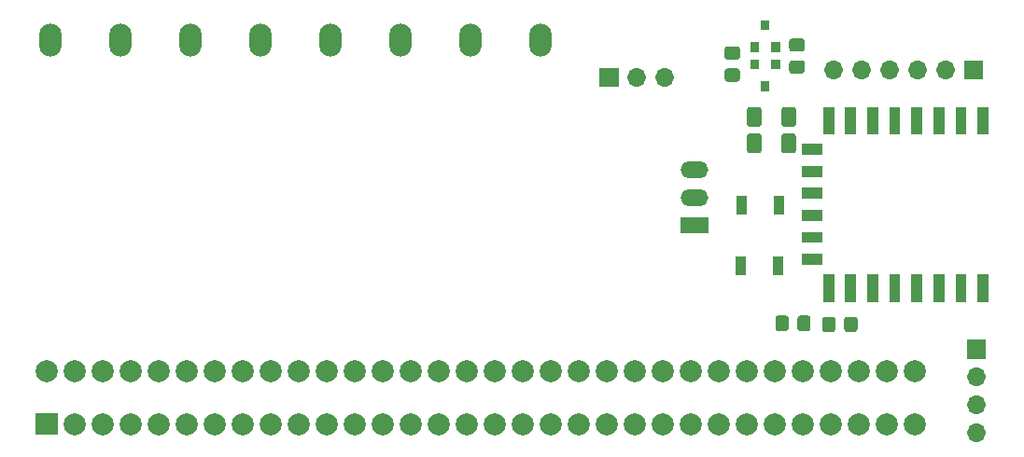
<source format=gts>
%TF.GenerationSoftware,KiCad,Pcbnew,(5.1.12)-1*%
%TF.CreationDate,2023-06-07T09:52:28-07:00*%
%TF.ProjectId,hp breakout remote relay,68702062-7265-4616-9b6f-75742072656d,rev?*%
%TF.SameCoordinates,Original*%
%TF.FileFunction,Soldermask,Top*%
%TF.FilePolarity,Negative*%
%FSLAX46Y46*%
G04 Gerber Fmt 4.6, Leading zero omitted, Abs format (unit mm)*
G04 Created by KiCad (PCBNEW (5.1.12)-1) date 2023-06-07 09:52:28*
%MOMM*%
%LPD*%
G01*
G04 APERTURE LIST*
%ADD10C,2.002580*%
%ADD11O,2.002580X3.002580*%
%ADD12O,1.702580X1.702580*%
%ADD13O,2.502580X1.502580*%
G04 APERTURE END LIST*
D10*
%TO.C,J1*%
X93751400Y-97402000D03*
X96291400Y-97402000D03*
X98831400Y-97402000D03*
X101371400Y-97402000D03*
X103911400Y-97402000D03*
X106451400Y-97402000D03*
X108991400Y-97402000D03*
X111531400Y-97402000D03*
X114071400Y-97402000D03*
X116611400Y-97402000D03*
X119151400Y-97402000D03*
X121691400Y-97402000D03*
X124231400Y-97402000D03*
X126771400Y-97402000D03*
X129311400Y-97402000D03*
X131851400Y-97402000D03*
X134391400Y-97402000D03*
X136931400Y-97402000D03*
X139471400Y-97402000D03*
X142011400Y-97402000D03*
X144551400Y-97402000D03*
X147091400Y-97402000D03*
X149631400Y-97402000D03*
X152171400Y-97402000D03*
X154711400Y-97402000D03*
X157251400Y-97402000D03*
X159791400Y-97402000D03*
X162331400Y-97402000D03*
X164871400Y-97402000D03*
X167411400Y-97402000D03*
X169951400Y-97402000D03*
X172491400Y-97402000D03*
X172491400Y-102242000D03*
X169951400Y-102242000D03*
X167411400Y-102242000D03*
X164871400Y-102242000D03*
X162331400Y-102242000D03*
X159791400Y-102242000D03*
X157251400Y-102242000D03*
X154711400Y-102242000D03*
X152171400Y-102242000D03*
X149631400Y-102242000D03*
X147091400Y-102242000D03*
X144551400Y-102242000D03*
X142011400Y-102242000D03*
X139471400Y-102242000D03*
X136931400Y-102242000D03*
X134391400Y-102242000D03*
X131851400Y-102242000D03*
X129311400Y-102242000D03*
X126771400Y-102242000D03*
X124231400Y-102242000D03*
X121691400Y-102242000D03*
X119151400Y-102242000D03*
X116611400Y-102242000D03*
X114071400Y-102242000D03*
X111531400Y-102242000D03*
X108991400Y-102242000D03*
X106451400Y-102242000D03*
X103911400Y-102242000D03*
X101371400Y-102242000D03*
X98831400Y-102242000D03*
X96291400Y-102242000D03*
G36*
G01*
X92750110Y-103242000D02*
X92750110Y-101242000D01*
G75*
G02*
X92751400Y-101240710I1290J0D01*
G01*
X94751400Y-101240710D01*
G75*
G02*
X94752690Y-101242000I0J-1290D01*
G01*
X94752690Y-103242000D01*
G75*
G02*
X94751400Y-103243290I-1290J0D01*
G01*
X92751400Y-103243290D01*
G75*
G02*
X92750110Y-103242000I0J1290D01*
G01*
G37*
%TD*%
D11*
%TO.C,J2*%
X138600000Y-67400000D03*
X132250000Y-67400000D03*
X125900000Y-67400000D03*
X119550000Y-67400000D03*
X113200000Y-67400000D03*
X106850000Y-67400000D03*
X100500000Y-67400000D03*
X94150000Y-67400000D03*
%TD*%
%TO.C,U2*%
G36*
G01*
X178196500Y-73444710D02*
X179196500Y-73444710D01*
G75*
G02*
X179197790Y-73446000I0J-1290D01*
G01*
X179197790Y-75946000D01*
G75*
G02*
X179196500Y-75947290I-1290J0D01*
G01*
X178196500Y-75947290D01*
G75*
G02*
X178195210Y-75946000I0J1290D01*
G01*
X178195210Y-73446000D01*
G75*
G02*
X178196500Y-73444710I1290J0D01*
G01*
G37*
G36*
G01*
X176196500Y-73444710D02*
X177196500Y-73444710D01*
G75*
G02*
X177197790Y-73446000I0J-1290D01*
G01*
X177197790Y-75946000D01*
G75*
G02*
X177196500Y-75947290I-1290J0D01*
G01*
X176196500Y-75947290D01*
G75*
G02*
X176195210Y-75946000I0J1290D01*
G01*
X176195210Y-73446000D01*
G75*
G02*
X176196500Y-73444710I1290J0D01*
G01*
G37*
G36*
G01*
X174196500Y-73444710D02*
X175196500Y-73444710D01*
G75*
G02*
X175197790Y-73446000I0J-1290D01*
G01*
X175197790Y-75946000D01*
G75*
G02*
X175196500Y-75947290I-1290J0D01*
G01*
X174196500Y-75947290D01*
G75*
G02*
X174195210Y-75946000I0J1290D01*
G01*
X174195210Y-73446000D01*
G75*
G02*
X174196500Y-73444710I1290J0D01*
G01*
G37*
G36*
G01*
X172196500Y-73444710D02*
X173196500Y-73444710D01*
G75*
G02*
X173197790Y-73446000I0J-1290D01*
G01*
X173197790Y-75946000D01*
G75*
G02*
X173196500Y-75947290I-1290J0D01*
G01*
X172196500Y-75947290D01*
G75*
G02*
X172195210Y-75946000I0J1290D01*
G01*
X172195210Y-73446000D01*
G75*
G02*
X172196500Y-73444710I1290J0D01*
G01*
G37*
G36*
G01*
X170196500Y-73444710D02*
X171196500Y-73444710D01*
G75*
G02*
X171197790Y-73446000I0J-1290D01*
G01*
X171197790Y-75946000D01*
G75*
G02*
X171196500Y-75947290I-1290J0D01*
G01*
X170196500Y-75947290D01*
G75*
G02*
X170195210Y-75946000I0J1290D01*
G01*
X170195210Y-73446000D01*
G75*
G02*
X170196500Y-73444710I1290J0D01*
G01*
G37*
G36*
G01*
X168196500Y-73444710D02*
X169196500Y-73444710D01*
G75*
G02*
X169197790Y-73446000I0J-1290D01*
G01*
X169197790Y-75946000D01*
G75*
G02*
X169196500Y-75947290I-1290J0D01*
G01*
X168196500Y-75947290D01*
G75*
G02*
X168195210Y-75946000I0J1290D01*
G01*
X168195210Y-73446000D01*
G75*
G02*
X168196500Y-73444710I1290J0D01*
G01*
G37*
G36*
G01*
X166196500Y-73444710D02*
X167196500Y-73444710D01*
G75*
G02*
X167197790Y-73446000I0J-1290D01*
G01*
X167197790Y-75946000D01*
G75*
G02*
X167196500Y-75947290I-1290J0D01*
G01*
X166196500Y-75947290D01*
G75*
G02*
X166195210Y-75946000I0J1290D01*
G01*
X166195210Y-73446000D01*
G75*
G02*
X166196500Y-73444710I1290J0D01*
G01*
G37*
G36*
G01*
X164196500Y-73444710D02*
X165196500Y-73444710D01*
G75*
G02*
X165197790Y-73446000I0J-1290D01*
G01*
X165197790Y-75946000D01*
G75*
G02*
X165196500Y-75947290I-1290J0D01*
G01*
X164196500Y-75947290D01*
G75*
G02*
X164195210Y-75946000I0J1290D01*
G01*
X164195210Y-73446000D01*
G75*
G02*
X164196500Y-73444710I1290J0D01*
G01*
G37*
G36*
G01*
X162296500Y-76794710D02*
X164096500Y-76794710D01*
G75*
G02*
X164097790Y-76796000I0J-1290D01*
G01*
X164097790Y-77796000D01*
G75*
G02*
X164096500Y-77797290I-1290J0D01*
G01*
X162296500Y-77797290D01*
G75*
G02*
X162295210Y-77796000I0J1290D01*
G01*
X162295210Y-76796000D01*
G75*
G02*
X162296500Y-76794710I1290J0D01*
G01*
G37*
G36*
G01*
X162296500Y-78794710D02*
X164096500Y-78794710D01*
G75*
G02*
X164097790Y-78796000I0J-1290D01*
G01*
X164097790Y-79796000D01*
G75*
G02*
X164096500Y-79797290I-1290J0D01*
G01*
X162296500Y-79797290D01*
G75*
G02*
X162295210Y-79796000I0J1290D01*
G01*
X162295210Y-78796000D01*
G75*
G02*
X162296500Y-78794710I1290J0D01*
G01*
G37*
G36*
G01*
X162296500Y-80794710D02*
X164096500Y-80794710D01*
G75*
G02*
X164097790Y-80796000I0J-1290D01*
G01*
X164097790Y-81796000D01*
G75*
G02*
X164096500Y-81797290I-1290J0D01*
G01*
X162296500Y-81797290D01*
G75*
G02*
X162295210Y-81796000I0J1290D01*
G01*
X162295210Y-80796000D01*
G75*
G02*
X162296500Y-80794710I1290J0D01*
G01*
G37*
G36*
G01*
X162296500Y-82794710D02*
X164096500Y-82794710D01*
G75*
G02*
X164097790Y-82796000I0J-1290D01*
G01*
X164097790Y-83796000D01*
G75*
G02*
X164096500Y-83797290I-1290J0D01*
G01*
X162296500Y-83797290D01*
G75*
G02*
X162295210Y-83796000I0J1290D01*
G01*
X162295210Y-82796000D01*
G75*
G02*
X162296500Y-82794710I1290J0D01*
G01*
G37*
G36*
G01*
X162296500Y-84794710D02*
X164096500Y-84794710D01*
G75*
G02*
X164097790Y-84796000I0J-1290D01*
G01*
X164097790Y-85796000D01*
G75*
G02*
X164096500Y-85797290I-1290J0D01*
G01*
X162296500Y-85797290D01*
G75*
G02*
X162295210Y-85796000I0J1290D01*
G01*
X162295210Y-84796000D01*
G75*
G02*
X162296500Y-84794710I1290J0D01*
G01*
G37*
G36*
G01*
X162296500Y-86794710D02*
X164096500Y-86794710D01*
G75*
G02*
X164097790Y-86796000I0J-1290D01*
G01*
X164097790Y-87796000D01*
G75*
G02*
X164096500Y-87797290I-1290J0D01*
G01*
X162296500Y-87797290D01*
G75*
G02*
X162295210Y-87796000I0J1290D01*
G01*
X162295210Y-86796000D01*
G75*
G02*
X162296500Y-86794710I1290J0D01*
G01*
G37*
G36*
G01*
X164196500Y-88644710D02*
X165196500Y-88644710D01*
G75*
G02*
X165197790Y-88646000I0J-1290D01*
G01*
X165197790Y-91146000D01*
G75*
G02*
X165196500Y-91147290I-1290J0D01*
G01*
X164196500Y-91147290D01*
G75*
G02*
X164195210Y-91146000I0J1290D01*
G01*
X164195210Y-88646000D01*
G75*
G02*
X164196500Y-88644710I1290J0D01*
G01*
G37*
G36*
G01*
X166196500Y-88644710D02*
X167196500Y-88644710D01*
G75*
G02*
X167197790Y-88646000I0J-1290D01*
G01*
X167197790Y-91146000D01*
G75*
G02*
X167196500Y-91147290I-1290J0D01*
G01*
X166196500Y-91147290D01*
G75*
G02*
X166195210Y-91146000I0J1290D01*
G01*
X166195210Y-88646000D01*
G75*
G02*
X166196500Y-88644710I1290J0D01*
G01*
G37*
G36*
G01*
X168196500Y-88644710D02*
X169196500Y-88644710D01*
G75*
G02*
X169197790Y-88646000I0J-1290D01*
G01*
X169197790Y-91146000D01*
G75*
G02*
X169196500Y-91147290I-1290J0D01*
G01*
X168196500Y-91147290D01*
G75*
G02*
X168195210Y-91146000I0J1290D01*
G01*
X168195210Y-88646000D01*
G75*
G02*
X168196500Y-88644710I1290J0D01*
G01*
G37*
G36*
G01*
X170196500Y-88644710D02*
X171196500Y-88644710D01*
G75*
G02*
X171197790Y-88646000I0J-1290D01*
G01*
X171197790Y-91146000D01*
G75*
G02*
X171196500Y-91147290I-1290J0D01*
G01*
X170196500Y-91147290D01*
G75*
G02*
X170195210Y-91146000I0J1290D01*
G01*
X170195210Y-88646000D01*
G75*
G02*
X170196500Y-88644710I1290J0D01*
G01*
G37*
G36*
G01*
X172196500Y-88644710D02*
X173196500Y-88644710D01*
G75*
G02*
X173197790Y-88646000I0J-1290D01*
G01*
X173197790Y-91146000D01*
G75*
G02*
X173196500Y-91147290I-1290J0D01*
G01*
X172196500Y-91147290D01*
G75*
G02*
X172195210Y-91146000I0J1290D01*
G01*
X172195210Y-88646000D01*
G75*
G02*
X172196500Y-88644710I1290J0D01*
G01*
G37*
G36*
G01*
X174196500Y-88644710D02*
X175196500Y-88644710D01*
G75*
G02*
X175197790Y-88646000I0J-1290D01*
G01*
X175197790Y-91146000D01*
G75*
G02*
X175196500Y-91147290I-1290J0D01*
G01*
X174196500Y-91147290D01*
G75*
G02*
X174195210Y-91146000I0J1290D01*
G01*
X174195210Y-88646000D01*
G75*
G02*
X174196500Y-88644710I1290J0D01*
G01*
G37*
G36*
G01*
X176196500Y-88644710D02*
X177196500Y-88644710D01*
G75*
G02*
X177197790Y-88646000I0J-1290D01*
G01*
X177197790Y-91146000D01*
G75*
G02*
X177196500Y-91147290I-1290J0D01*
G01*
X176196500Y-91147290D01*
G75*
G02*
X176195210Y-91146000I0J1290D01*
G01*
X176195210Y-88646000D01*
G75*
G02*
X176196500Y-88644710I1290J0D01*
G01*
G37*
G36*
G01*
X178196500Y-88644710D02*
X179196500Y-88644710D01*
G75*
G02*
X179197790Y-88646000I0J-1290D01*
G01*
X179197790Y-91146000D01*
G75*
G02*
X179196500Y-91147290I-1290J0D01*
G01*
X178196500Y-91147290D01*
G75*
G02*
X178195210Y-91146000I0J1290D01*
G01*
X178195210Y-88646000D01*
G75*
G02*
X178196500Y-88644710I1290J0D01*
G01*
G37*
%TD*%
%TO.C,C1*%
G36*
G01*
X157285710Y-75009305D02*
X157285710Y-73707695D01*
G75*
G02*
X157536195Y-73457210I250485J0D01*
G01*
X158362805Y-73457210D01*
G75*
G02*
X158613290Y-73707695I0J-250485D01*
G01*
X158613290Y-75009305D01*
G75*
G02*
X158362805Y-75259790I-250485J0D01*
G01*
X157536195Y-75259790D01*
G75*
G02*
X157285710Y-75009305I0J250485D01*
G01*
G37*
G36*
G01*
X160410710Y-75009305D02*
X160410710Y-73707695D01*
G75*
G02*
X160661195Y-73457210I250485J0D01*
G01*
X161487805Y-73457210D01*
G75*
G02*
X161738290Y-73707695I0J-250485D01*
G01*
X161738290Y-75009305D01*
G75*
G02*
X161487805Y-75259790I-250485J0D01*
G01*
X160661195Y-75259790D01*
G75*
G02*
X160410710Y-75009305I0J250485D01*
G01*
G37*
%TD*%
%TO.C,C2*%
G36*
G01*
X160410710Y-77422305D02*
X160410710Y-76120695D01*
G75*
G02*
X160661195Y-75870210I250485J0D01*
G01*
X161487805Y-75870210D01*
G75*
G02*
X161738290Y-76120695I0J-250485D01*
G01*
X161738290Y-77422305D01*
G75*
G02*
X161487805Y-77672790I-250485J0D01*
G01*
X160661195Y-77672790D01*
G75*
G02*
X160410710Y-77422305I0J250485D01*
G01*
G37*
G36*
G01*
X157285710Y-77422305D02*
X157285710Y-76120695D01*
G75*
G02*
X157536195Y-75870210I250485J0D01*
G01*
X158362805Y-75870210D01*
G75*
G02*
X158613290Y-76120695I0J-250485D01*
G01*
X158613290Y-77422305D01*
G75*
G02*
X158362805Y-77672790I-250485J0D01*
G01*
X157536195Y-77672790D01*
G75*
G02*
X157285710Y-77422305I0J250485D01*
G01*
G37*
%TD*%
%TO.C,CaseFan1*%
G36*
G01*
X145630000Y-71590290D02*
X143930000Y-71590290D01*
G75*
G02*
X143928710Y-71589000I0J1290D01*
G01*
X143928710Y-69889000D01*
G75*
G02*
X143930000Y-69887710I1290J0D01*
G01*
X145630000Y-69887710D01*
G75*
G02*
X145631290Y-69889000I0J-1290D01*
G01*
X145631290Y-71589000D01*
G75*
G02*
X145630000Y-71590290I-1290J0D01*
G01*
G37*
D12*
X147320000Y-70739000D03*
X149860000Y-70739000D03*
%TD*%
%TO.C,J3*%
G36*
G01*
X177248710Y-96303200D02*
X177248710Y-94603200D01*
G75*
G02*
X177250000Y-94601910I1290J0D01*
G01*
X178950000Y-94601910D01*
G75*
G02*
X178951290Y-94603200I0J-1290D01*
G01*
X178951290Y-96303200D01*
G75*
G02*
X178950000Y-96304490I-1290J0D01*
G01*
X177250000Y-96304490D01*
G75*
G02*
X177248710Y-96303200I0J1290D01*
G01*
G37*
X178100000Y-97993200D03*
X178100000Y-100533200D03*
X178100000Y-103073200D03*
%TD*%
%TO.C,J4*%
G36*
G01*
X177010000Y-69248710D02*
X178710000Y-69248710D01*
G75*
G02*
X178711290Y-69250000I0J-1290D01*
G01*
X178711290Y-70950000D01*
G75*
G02*
X178710000Y-70951290I-1290J0D01*
G01*
X177010000Y-70951290D01*
G75*
G02*
X177008710Y-70950000I0J1290D01*
G01*
X177008710Y-69250000D01*
G75*
G02*
X177010000Y-69248710I1290J0D01*
G01*
G37*
X175320000Y-70100000D03*
X172780000Y-70100000D03*
X170240000Y-70100000D03*
X167700000Y-70100000D03*
X165160000Y-70100000D03*
%TD*%
%TO.C,Q1*%
G36*
G01*
X159338000Y-66472490D02*
X158538000Y-66472490D01*
G75*
G02*
X158536710Y-66471200I0J1290D01*
G01*
X158536710Y-65571200D01*
G75*
G02*
X158538000Y-65569910I1290J0D01*
G01*
X159338000Y-65569910D01*
G75*
G02*
X159339290Y-65571200I0J-1290D01*
G01*
X159339290Y-66471200D01*
G75*
G02*
X159338000Y-66472490I-1290J0D01*
G01*
G37*
G36*
G01*
X160288000Y-68472490D02*
X159488000Y-68472490D01*
G75*
G02*
X159486710Y-68471200I0J1290D01*
G01*
X159486710Y-67571200D01*
G75*
G02*
X159488000Y-67569910I1290J0D01*
G01*
X160288000Y-67569910D01*
G75*
G02*
X160289290Y-67571200I0J-1290D01*
G01*
X160289290Y-68471200D01*
G75*
G02*
X160288000Y-68472490I-1290J0D01*
G01*
G37*
G36*
G01*
X158388000Y-68472490D02*
X157588000Y-68472490D01*
G75*
G02*
X157586710Y-68471200I0J1290D01*
G01*
X157586710Y-67571200D01*
G75*
G02*
X157588000Y-67569910I1290J0D01*
G01*
X158388000Y-67569910D01*
G75*
G02*
X158389290Y-67571200I0J-1290D01*
G01*
X158389290Y-68471200D01*
G75*
G02*
X158388000Y-68472490I-1290J0D01*
G01*
G37*
%TD*%
%TO.C,Q2*%
G36*
G01*
X159477800Y-69135310D02*
X160277800Y-69135310D01*
G75*
G02*
X160279090Y-69136600I0J-1290D01*
G01*
X160279090Y-70036600D01*
G75*
G02*
X160277800Y-70037890I-1290J0D01*
G01*
X159477800Y-70037890D01*
G75*
G02*
X159476510Y-70036600I0J1290D01*
G01*
X159476510Y-69136600D01*
G75*
G02*
X159477800Y-69135310I1290J0D01*
G01*
G37*
G36*
G01*
X157577800Y-69135310D02*
X158377800Y-69135310D01*
G75*
G02*
X158379090Y-69136600I0J-1290D01*
G01*
X158379090Y-70036600D01*
G75*
G02*
X158377800Y-70037890I-1290J0D01*
G01*
X157577800Y-70037890D01*
G75*
G02*
X157576510Y-70036600I0J1290D01*
G01*
X157576510Y-69136600D01*
G75*
G02*
X157577800Y-69135310I1290J0D01*
G01*
G37*
G36*
G01*
X158527800Y-71135310D02*
X159327800Y-71135310D01*
G75*
G02*
X159329090Y-71136600I0J-1290D01*
G01*
X159329090Y-72036600D01*
G75*
G02*
X159327800Y-72037890I-1290J0D01*
G01*
X158527800Y-72037890D01*
G75*
G02*
X158526510Y-72036600I0J1290D01*
G01*
X158526510Y-71136600D01*
G75*
G02*
X158527800Y-71135310I1290J0D01*
G01*
G37*
%TD*%
%TO.C,R3*%
G36*
G01*
X163069090Y-92649246D02*
X163069090Y-93550754D01*
G75*
G02*
X162818554Y-93801290I-250536J0D01*
G01*
X162117046Y-93801290D01*
G75*
G02*
X161866510Y-93550754I0J250536D01*
G01*
X161866510Y-92649246D01*
G75*
G02*
X162117046Y-92398710I250536J0D01*
G01*
X162818554Y-92398710D01*
G75*
G02*
X163069090Y-92649246I0J-250536D01*
G01*
G37*
G36*
G01*
X161069090Y-92649246D02*
X161069090Y-93550754D01*
G75*
G02*
X160818554Y-93801290I-250536J0D01*
G01*
X160117046Y-93801290D01*
G75*
G02*
X159866510Y-93550754I0J250536D01*
G01*
X159866510Y-92649246D01*
G75*
G02*
X160117046Y-92398710I250536J0D01*
G01*
X160818554Y-92398710D01*
G75*
G02*
X161069090Y-92649246I0J-250536D01*
G01*
G37*
%TD*%
%TO.C,R10*%
G36*
G01*
X167310890Y-92749246D02*
X167310890Y-93650754D01*
G75*
G02*
X167060354Y-93901290I-250536J0D01*
G01*
X166358846Y-93901290D01*
G75*
G02*
X166108310Y-93650754I0J250536D01*
G01*
X166108310Y-92749246D01*
G75*
G02*
X166358846Y-92498710I250536J0D01*
G01*
X167060354Y-92498710D01*
G75*
G02*
X167310890Y-92749246I0J-250536D01*
G01*
G37*
G36*
G01*
X165310890Y-92749246D02*
X165310890Y-93650754D01*
G75*
G02*
X165060354Y-93901290I-250536J0D01*
G01*
X164358846Y-93901290D01*
G75*
G02*
X164108310Y-93650754I0J250536D01*
G01*
X164108310Y-92749246D01*
G75*
G02*
X164358846Y-92498710I250536J0D01*
G01*
X165060354Y-92498710D01*
G75*
G02*
X165310890Y-92749246I0J-250536D01*
G01*
G37*
%TD*%
%TO.C,R11*%
G36*
G01*
X162274154Y-68435290D02*
X161372646Y-68435290D01*
G75*
G02*
X161122110Y-68184754I0J250536D01*
G01*
X161122110Y-67483246D01*
G75*
G02*
X161372646Y-67232710I250536J0D01*
G01*
X162274154Y-67232710D01*
G75*
G02*
X162524690Y-67483246I0J-250536D01*
G01*
X162524690Y-68184754D01*
G75*
G02*
X162274154Y-68435290I-250536J0D01*
G01*
G37*
G36*
G01*
X162274154Y-70435290D02*
X161372646Y-70435290D01*
G75*
G02*
X161122110Y-70184754I0J250536D01*
G01*
X161122110Y-69483246D01*
G75*
G02*
X161372646Y-69232710I250536J0D01*
G01*
X162274154Y-69232710D01*
G75*
G02*
X162524690Y-69483246I0J-250536D01*
G01*
X162524690Y-70184754D01*
G75*
G02*
X162274154Y-70435290I-250536J0D01*
G01*
G37*
%TD*%
%TO.C,R12*%
G36*
G01*
X155505246Y-67959910D02*
X156406754Y-67959910D01*
G75*
G02*
X156657290Y-68210446I0J-250536D01*
G01*
X156657290Y-68911954D01*
G75*
G02*
X156406754Y-69162490I-250536J0D01*
G01*
X155505246Y-69162490D01*
G75*
G02*
X155254710Y-68911954I0J250536D01*
G01*
X155254710Y-68210446D01*
G75*
G02*
X155505246Y-67959910I250536J0D01*
G01*
G37*
G36*
G01*
X155505246Y-69959910D02*
X156406754Y-69959910D01*
G75*
G02*
X156657290Y-70210446I0J-250536D01*
G01*
X156657290Y-70911954D01*
G75*
G02*
X156406754Y-71162490I-250536J0D01*
G01*
X155505246Y-71162490D01*
G75*
G02*
X155254710Y-70911954I0J250536D01*
G01*
X155254710Y-70210446D01*
G75*
G02*
X155505246Y-69959910I250536J0D01*
G01*
G37*
%TD*%
%TO.C,SW1*%
G36*
G01*
X159648710Y-88750000D02*
X159648710Y-87050000D01*
G75*
G02*
X159650000Y-87048710I1290J0D01*
G01*
X160550000Y-87048710D01*
G75*
G02*
X160551290Y-87050000I0J-1290D01*
G01*
X160551290Y-88750000D01*
G75*
G02*
X160550000Y-88751290I-1290J0D01*
G01*
X159650000Y-88751290D01*
G75*
G02*
X159648710Y-88750000I0J1290D01*
G01*
G37*
G36*
G01*
X156248710Y-88750000D02*
X156248710Y-87050000D01*
G75*
G02*
X156250000Y-87048710I1290J0D01*
G01*
X157150000Y-87048710D01*
G75*
G02*
X157151290Y-87050000I0J-1290D01*
G01*
X157151290Y-88750000D01*
G75*
G02*
X157150000Y-88751290I-1290J0D01*
G01*
X156250000Y-88751290D01*
G75*
G02*
X156248710Y-88750000I0J1290D01*
G01*
G37*
%TD*%
%TO.C,SW2*%
G36*
G01*
X160651290Y-81550000D02*
X160651290Y-83250000D01*
G75*
G02*
X160650000Y-83251290I-1290J0D01*
G01*
X159750000Y-83251290D01*
G75*
G02*
X159748710Y-83250000I0J1290D01*
G01*
X159748710Y-81550000D01*
G75*
G02*
X159750000Y-81548710I1290J0D01*
G01*
X160650000Y-81548710D01*
G75*
G02*
X160651290Y-81550000I0J-1290D01*
G01*
G37*
G36*
G01*
X157251290Y-81550000D02*
X157251290Y-83250000D01*
G75*
G02*
X157250000Y-83251290I-1290J0D01*
G01*
X156350000Y-83251290D01*
G75*
G02*
X156348710Y-83250000I0J1290D01*
G01*
X156348710Y-81550000D01*
G75*
G02*
X156350000Y-81548710I1290J0D01*
G01*
X157250000Y-81548710D01*
G75*
G02*
X157251290Y-81550000I0J-1290D01*
G01*
G37*
%TD*%
%TO.C,U1*%
G36*
G01*
X153777000Y-84952290D02*
X151277000Y-84952290D01*
G75*
G02*
X151275710Y-84951000I0J1290D01*
G01*
X151275710Y-83451000D01*
G75*
G02*
X151277000Y-83449710I1290J0D01*
G01*
X153777000Y-83449710D01*
G75*
G02*
X153778290Y-83451000I0J-1290D01*
G01*
X153778290Y-84951000D01*
G75*
G02*
X153777000Y-84952290I-1290J0D01*
G01*
G37*
D13*
X152527000Y-81661000D03*
X152527000Y-79121000D03*
%TD*%
M02*

</source>
